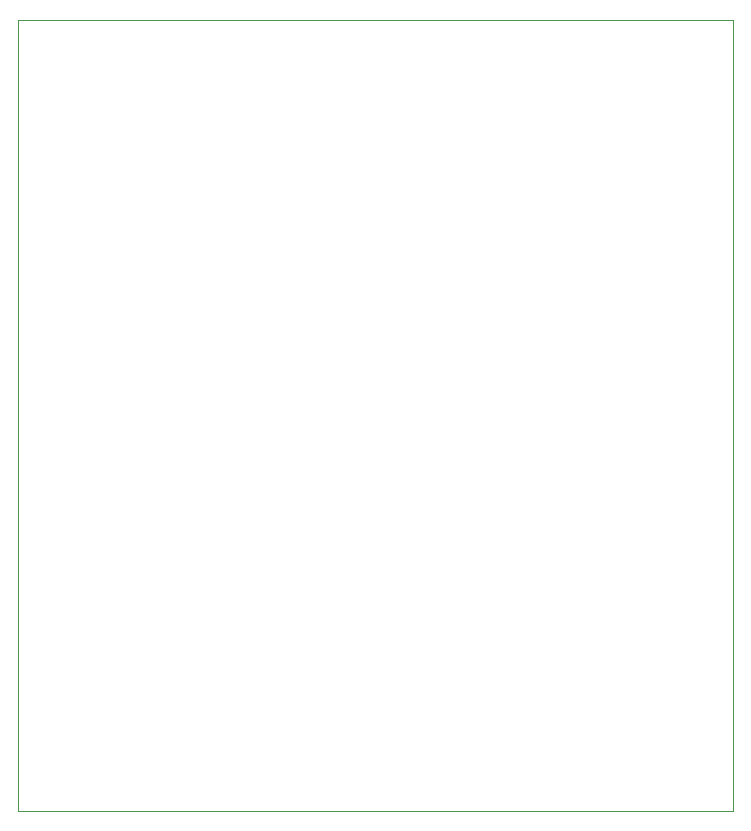
<source format=gbr>
%TF.GenerationSoftware,KiCad,Pcbnew,8.0.1*%
%TF.CreationDate,2024-03-27T00:26:23+01:00*%
%TF.ProjectId,recruitment,72656372-7569-4746-9d65-6e742e6b6963,V0*%
%TF.SameCoordinates,Original*%
%TF.FileFunction,Profile,NP*%
%FSLAX46Y46*%
G04 Gerber Fmt 4.6, Leading zero omitted, Abs format (unit mm)*
G04 Created by KiCad (PCBNEW 8.0.1) date 2024-03-27 00:26:23*
%MOMM*%
%LPD*%
G01*
G04 APERTURE LIST*
%TA.AperFunction,Profile*%
%ADD10C,0.050000*%
%TD*%
G04 APERTURE END LIST*
D10*
X100850000Y-61760000D02*
X161350000Y-61760000D01*
X161350000Y-128760000D01*
X100850000Y-128760000D01*
X100850000Y-61760000D01*
M02*

</source>
